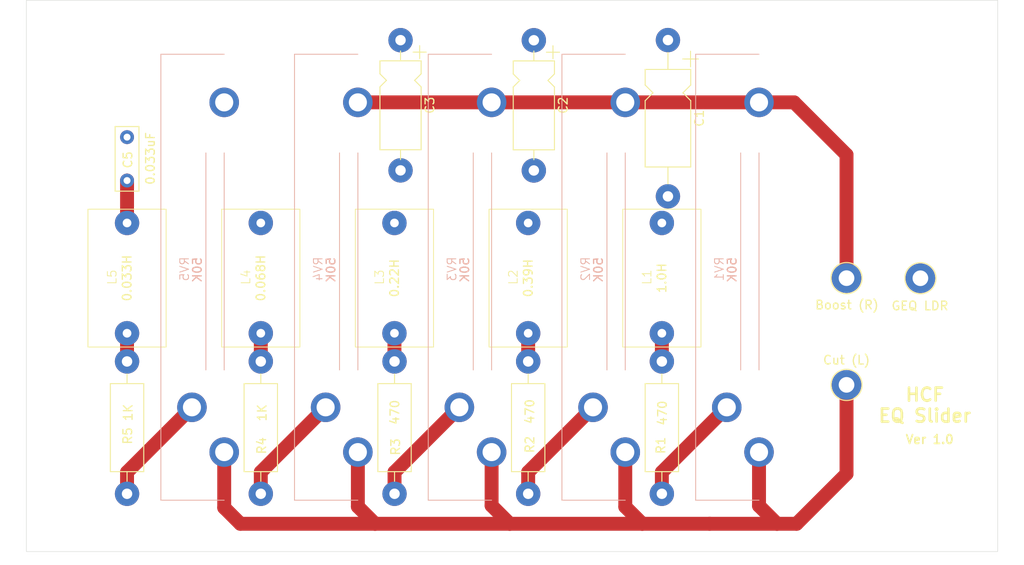
<source format=kicad_pcb>
(kicad_pcb (version 20241229) (generator "pcbnew") (generator_version "9.0")
  (layers (0 "F.Cu" signal) (2 "B.Cu" signal) (13 "F.Paste" user) (15 "B.Paste" user) (5 "F.SilkS" user "F.Silkscreen") (7 "B.SilkS" user "B.Silkscreen") (1 "F.Mask" user) (3 "B.Mask" user) (25 "Edge.Cuts" user))
  (net 0 "")
  (net 1 "Net-(C1-Pad1)")
  (net 2 "Net-(C1-Pad2)")
  (net 3 "Net-(C2-Pad2)")
  (net 4 "Net-(C3-Pad2)")
  (net 5 "Net-(R1-Pad1)")
  (net 6 "Net-(L1-Pad1)")
  (net 7 "Net-(L2-Pad1)")
  (net 8 "Net-(R2-Pad1)")
  (net 9 "Net-(R3-Pad1)")
  (net 10 "Net-(L3-Pad1)")
  (net 11 "Net-(R4-Pad1)")
  (net 12 "Net-(L4-Pad1)")
  (net 13 "Net-(L5-Pad1)")
  (net 14 "Net-(R5-Pad1)")
  (net 15 "Net-(RV1-Pad3)")
  (net 16 "Net-(RV1-Pad1)")
  (net 17 "Net-(C5-Pad2)")
  (net 18 "Net-(C4-Pad2)")
  (footprint "MountingHole:MountingHole_4mm" (layer "F.Cu") (at 211.34 125.66)
    (property "Reference" "REF**" (hide yes))
    (property "Value" "MountingHole_4mm")
    (pad "" np_thru_hole circle (at 0 0) (size 4 4) (drill 4) (layers "*.Cu" "*.Mask"))
  )
  (footprint "Capacitor_THT:CP_Axial_L10.0mm_D4.5mm_P15.00mm_Horizontal" (layer "F.Cu") (at 162.27 71.06 -90)
    (property "Reference" "C2" (at 7.5 -3.37 90) (layer "F.SilkS"))
    (property "Value" "0.47uF")
    (fp_line (start 2.38 2.37) (end 3.88 2.37) (stroke (width 0.12)) (layer "F.SilkS"))
    (fp_line (start 3.88 2.37) (end 4.63 1.62) (stroke (width 0.12)) (layer "F.SilkS"))
    (fp_line (start 5.38 2.37) (end 12.62 2.37) (stroke (width 0.12)) (layer "F.SilkS"))
    (fp_line (start 4.63 1.62) (end 5.38 2.37) (stroke (width 0.12)) (layer "F.SilkS"))
    (fp_line (start 1.24 0) (end 2.38 0) (stroke (width 0.12)) (layer "F.SilkS"))
    (fp_line (start 13.76 0) (end 12.62 0) (stroke (width 0.12)) (layer "F.SilkS"))
    (fp_line (start 4.63 -1.62) (end 5.38 -2.37) (stroke (width 0.12)) (layer "F.SilkS"))
    (fp_line (start 0.63 -2.2) (end 2.13 -2.2) (stroke (width 0.12)) (layer "F.SilkS"))
    (fp_line (start 2.38 -2.37) (end 2.38 2.37) (stroke (width 0.12)) (layer "F.SilkS"))
    (fp_line (start 2.38 -2.37) (end 3.88 -2.37) (stroke (width 0.12)) (layer "F.SilkS"))
    (fp_line (start 3.88 -2.37) (end 4.63 -1.62) (stroke (width 0.12)) (layer "F.SilkS"))
    (fp_line (start 5.38 -2.37) (end 12.62 -2.37) (stroke (width 0.12)) (layer "F.SilkS"))
    (fp_line (start 12.62 -2.37) (end 12.62 2.37) (stroke (width 0.12)) (layer "F.SilkS"))
    (fp_line (start 1.38 -2.95) (end 1.38 -1.45) (stroke (width 0.12)) (layer "F.SilkS"))
    (pad "1" thru_hole circle (at 0 0 270) (size 2.8 2.8) (drill 1.2) (layers "*.Cu" "*.Mask") (net 1 "Net-(C1-Pad1)"))
    (pad "2" thru_hole circle (at 15 0 270) (size 2.8 2.8) (drill 1.2) (layers "*.Cu" "*.Mask") (net 3 "Net-(C2-Pad2)"))
  )
  (footprint "Resistor_THT:R_Axial_DIN0411_L9.9mm_D3.6mm_P15.24mm_Horizontal" (layer "F.Cu") (at 146.24 123.295 90)
    (property "Reference" "R3" (at 5.4 0.12 90) (layer "F.SilkS"))
    (property "Value" "470" (at 9.38 0.03 90) (layer "F.SilkS"))
    (fp_line (start 12.69 -1.92) (end 2.55 -1.92) (stroke (width 0.12)) (layer "F.SilkS"))
    (fp_line (start 2.55 -1.92) (end 2.55 1.92) (stroke (width 0.12)) (layer "F.SilkS"))
    (fp_line (start 13.8 0) (end 12.69 0) (stroke (width 0.12)) (layer "F.SilkS"))
    (fp_line (start 1.44 0) (end 2.55 0) (stroke (width 0.12)) (layer "F.SilkS"))
    (fp_line (start 12.69 1.92) (end 12.69 -1.92) (stroke (width 0.12)) (layer "F.SilkS"))
    (fp_line (start 2.55 1.92) (end 12.69 1.92) (stroke (width 0.12)) (layer "F.SilkS"))
    (pad "1" thru_hole circle (at 0 0 90) (size 2.8 2.8) (drill 1.2) (layers "*.Cu" "*.Mask") (net 9 "Net-(R3-Pad1)"))
    (pad "2" thru_hole circle (at 15.24 0 90) (size 2.8 2.8) (drill 1.2) (layers "*.Cu" "*.Mask") (net 10 "Net-(L3-Pad1)"))
  )
  (footprint "Capacitor_THT:CP_Axial_L11.0mm_D5.0mm_P18.00mm_Horizontal" (layer "F.Cu") (at 177.7 71.04 -90)
    (property "Reference" "C1" (at 9 -3.62 90) (layer "F.SilkS"))
    (property "Value" "3.3uF")
    (fp_line (start 3.38 2.62) (end 5.18 2.62) (stroke (width 0.12)) (layer "F.SilkS"))
    (fp_line (start 5.18 2.62) (end 6.08 1.72) (stroke (width 0.12)) (layer "F.SilkS"))
    (fp_line (start 6.98 2.62) (end 14.62 2.62) (stroke (width 0.12)) (layer "F.SilkS"))
    (fp_line (start 6.08 1.72) (end 6.98 2.62) (stroke (width 0.12)) (layer "F.SilkS"))
    (fp_line (start 1.44 0) (end 3.38 0) (stroke (width 0.12)) (layer "F.SilkS"))
    (fp_line (start 16.56 0) (end 14.62 0) (stroke (width 0.12)) (layer "F.SilkS"))
    (fp_line (start 6.08 -1.72) (end 6.98 -2.62) (stroke (width 0.12)) (layer "F.SilkS"))
    (fp_line (start 1.28 -2.6) (end 3.08 -2.6) (stroke (width 0.12)) (layer "F.SilkS"))
    (fp_line (start 3.38 -2.62) (end 3.38 2.62) (stroke (width 0.12)) (layer "F.SilkS"))
    (fp_line (start 3.38 -2.62) (end 5.18 -2.62) (stroke (width 0.12)) (layer "F.SilkS"))
    (fp_line (start 5.18 -2.62) (end 6.08 -1.72) (stroke (width 0.12)) (layer "F.SilkS"))
    (fp_line (start 6.98 -2.62) (end 14.62 -2.62) (stroke (width 0.12)) (layer "F.SilkS"))
    (fp_line (start 14.62 -2.62) (end 14.62 2.62) (stroke (width 0.12)) (layer "F.SilkS"))
    (fp_line (start 2.18 -3.5) (end 2.18 -1.7) (stroke (width 0.12)) (layer "F.SilkS"))
    (pad "1" thru_hole circle (at 0 0 270) (size 2.8 2.8) (drill 1.2) (layers "*.Cu" "*.Mask") (net 1 "Net-(C1-Pad1)"))
    (pad "2" thru_hole circle (at 18 0 270) (size 2.8 2.8) (drill 1.2) (layers "*.Cu" "*.Mask") (net 2 "Net-(C1-Pad2)"))
  )
  (footprint "HiroFootprints:MB Inductor" (layer "F.Cu") (at 177 104.805 90)
    (property "Reference" "L1" (at 6.46 -1.72 90) (layer "F.SilkS") (effects (font (thickness 0.1))))
    (property "Value" "1.0H" (at 6.35 0 90) (layer "F.SilkS"))
    (fp_rect (start -1.5875 -4.5) (end 14.2875 4.5) (stroke (width 0.1)) (fill no) (layer "F.SilkS"))
    (pad "1" thru_hole circle (at 0 0 90) (size 2.8 2.8) (drill 1) (layers "*.Cu" "*.Mask") (net 6 "Net-(L1-Pad1)"))
    (pad "2" thru_hole circle (at 12.7 0 90) (size 2.8 2.8) (drill 1) (layers "*.Cu" "*.Mask") (net 2 "Net-(C1-Pad2)"))
  )
  (footprint "Resistor_THT:R_Axial_DIN0411_L9.9mm_D3.6mm_P15.24mm_Horizontal" (layer "F.Cu") (at 115.46 123.295 90)
    (property "Reference" "R5" (at 6.67 0.07 90) (layer "F.SilkS"))
    (property "Value" "1K" (at 9.36 0.12 90) (layer "F.SilkS"))
    (fp_line (start 12.69 -1.92) (end 2.55 -1.92) (stroke (width 0.12)) (layer "F.SilkS"))
    (fp_line (start 2.55 -1.92) (end 2.55 1.92) (stroke (width 0.12)) (layer "F.SilkS"))
    (fp_line (start 13.8 0) (end 12.69 0) (stroke (width 0.12)) (layer "F.SilkS"))
    (fp_line (start 1.44 0) (end 2.55 0) (stroke (width 0.12)) (layer "F.SilkS"))
    (fp_line (start 12.69 1.92) (end 12.69 -1.92) (stroke (width 0.12)) (layer "F.SilkS"))
    (fp_line (start 2.55 1.92) (end 12.69 1.92) (stroke (width 0.12)) (layer "F.SilkS"))
    (pad "1" thru_hole circle (at 0 0 90) (size 2.8 2.8) (drill 1.2) (layers "*.Cu" "*.Mask") (net 14 "Net-(R5-Pad1)"))
    (pad "2" thru_hole circle (at 15.24 0 90) (size 2.8 2.8) (drill 1.2) (layers "*.Cu" "*.Mask") (net 13 "Net-(L5-Pad1)"))
  )
  (footprint "HiroFootprints:Out_Hole_3.4_1.8" (layer "F.Cu") (at 198.25 110.75)
    (property "Reference" "TP1" (hide yes))
    (property "Value" "Cut (L)" (at 0 -2.855875 0) (layer "F.SilkS"))
    (fp_circle (center 0 0) (end 1.8 0) (stroke (width 0.12)) (fill no) (layer "F.SilkS"))
    (pad "1" thru_hole circle (at 0 0) (size 3.4 3.4) (drill 1.8) (layers "*.Cu" "*.Mask") (net 15 "Net-(RV1-Pad3)"))
  )
  (footprint "MountingHole:MountingHole_4mm" (layer "F.Cu") (at 108.18 70.76)
    (property "Reference" "REF**" (hide yes))
    (property "Value" "MountingHole_4mm")
    (pad "" np_thru_hole circle (at 0 0) (size 4 4) (drill 4) (layers "*.Cu" "*.Mask"))
  )
  (footprint "Resistor_THT:R_Axial_DIN0411_L9.9mm_D3.6mm_P15.24mm_Horizontal" (layer "F.Cu") (at 161.6175 123.295 90)
    (property "Reference" "R2" (at 5.67 0.19 90) (layer "F.SilkS"))
    (property "Value" "470" (at 9.47 0.19 90) (layer "F.SilkS"))
    (fp_line (start 12.69 -1.92) (end 2.55 -1.92) (stroke (width 0.12)) (layer "F.SilkS"))
    (fp_line (start 2.55 -1.92) (end 2.55 1.92) (stroke (width 0.12)) (layer "F.SilkS"))
    (fp_line (start 13.8 0) (end 12.69 0) (stroke (width 0.12)) (layer "F.SilkS"))
    (fp_line (start 1.44 0) (end 2.55 0) (stroke (width 0.12)) (layer "F.SilkS"))
    (fp_line (start 12.69 1.92) (end 12.69 -1.92) (stroke (width 0.12)) (layer "F.SilkS"))
    (fp_line (start 2.55 1.92) (end 12.69 1.92) (stroke (width 0.12)) (layer "F.SilkS"))
    (pad "1" thru_hole circle (at 0 0 90) (size 2.8 2.8) (drill 1.2) (layers "*.Cu" "*.Mask") (net 8 "Net-(R2-Pad1)"))
    (pad "2" thru_hole circle (at 15.24 0 90) (size 2.8 2.8) (drill 1.2) (layers "*.Cu" "*.Mask") (net 7 "Net-(L2-Pad1)"))
  )
  (footprint "HiroFootprints:Out_Hole_3.4_1.8" (layer "F.Cu") (at 206.75 98.47)
    (property "Reference" "TP3" (hide yes))
    (property "Value" "GEQ LDR" (at -0.05 3.18 0) (layer "F.SilkS"))
    (fp_circle (center 0 0) (end 1.8 0) (stroke (width 0.12)) (fill no) (layer "F.SilkS"))
    (pad "1" thru_hole circle (at 0 0) (size 3.4 3.4) (drill 1.8) (layers "*.Cu" "*.Mask") (net 1 "Net-(C1-Pad1)"))
  )
  (footprint "Capacitor_THT:C_Rect_L7.2mm_W2.5mm_P5.00mm_FKS2_FKP2_MKS2_MKP2" (layer "F.Cu") (at 115.46 82.22 -90)
    (property "Reference" "C5" (at 2.61 -0.09 90) (layer "F.SilkS"))
    (property "Value" "0.033uF" (at 2.45 -2.68 90) (layer "F.SilkS"))
    (fp_line (start -1.22 1.37) (end 6.22 1.37) (stroke (width 0.12)) (layer "F.SilkS"))
    (fp_line (start -1.22 -1.37) (end -1.22 1.37) (stroke (width 0.12)) (layer "F.SilkS"))
    (fp_line (start -1.22 -1.37) (end 6.22 -1.37) (stroke (width 0.12)) (layer "F.SilkS"))
    (fp_line (start 6.22 -1.37) (end 6.22 1.37) (stroke (width 0.12)) (layer "F.SilkS"))
    (pad "1" thru_hole circle (at 0 0 270) (size 1.6 1.6) (drill 0.8) (layers "*.Cu" "*.Mask") (net 1 "Net-(C1-Pad1)"))
    (pad "2" thru_hole circle (at 5 0 270) (size 1.6 1.6) (drill 0.8) (layers "*.Cu" "*.Mask") (net 17 "Net-(C5-Pad2)"))
  )
  (footprint "MountingHole:MountingHole_4mm" (layer "F.Cu") (at 211.34 70.76)
    (property "Reference" "REF**" (hide yes))
    (property "Value" "MountingHole_4mm")
    (pad "" np_thru_hole circle (at 0 0) (size 4 4) (drill 4) (layers "*.Cu" "*.Mask"))
  )
  (footprint "Resistor_THT:R_Axial_DIN0411_L9.9mm_D3.6mm_P15.24mm_Horizontal" (layer "F.Cu") (at 177 123.295 90)
    (property "Reference" "R1" (at 5.57 -0.12 90) (layer "F.SilkS"))
    (property "Value" "470" (at 9.3 0.06 90) (layer "F.SilkS"))
    (fp_line (start 12.69 -1.92) (end 2.55 -1.92) (stroke (width 0.12)) (layer "F.SilkS"))
    (fp_line (start 2.55 -1.92) (end 2.55 1.92) (stroke (width 0.12)) (layer "F.SilkS"))
    (fp_line (start 13.8 0) (end 12.69 0) (stroke (width 0.12)) (layer "F.SilkS"))
    (fp_line (start 1.44 0) (end 2.55 0) (stroke (width 0.12)) (layer "F.SilkS"))
    (fp_line (start 12.69 1.92) (end 12.69 -1.92) (stroke (width 0.12)) (layer "F.SilkS"))
    (fp_line (start 2.55 1.92) (end 12.69 1.92) (stroke (width 0.12)) (layer "F.SilkS"))
    (pad "1" thru_hole circle (at 0 0 90) (size 2.8 2.8) (drill 1.2) (layers "*.Cu" "*.Mask") (net 5 "Net-(R1-Pad1)"))
    (pad "2" thru_hole circle (at 15.24 0 90) (size 2.8 2.8) (drill 1.2) (layers "*.Cu" "*.Mask") (net 6 "Net-(L1-Pad1)"))
  )
  (footprint "HiroFootprints:MB Inductor" (layer "F.Cu") (at 130.85 104.805 90)
    (property "Reference" "L4" (at 6.46 -1.72 90) (layer "F.SilkS") (effects (font (thickness 0.1))))
    (property "Value" "0.068H" (at 6.35 0 90) (layer "F.SilkS"))
    (fp_rect (start -1.5875 -4.5) (end 14.2875 4.5) (stroke (width 0.1)) (fill no) (layer "F.SilkS"))
    (pad "1" thru_hole circle (at 0 0 90) (size 2.8 2.8) (drill 1) (layers "*.Cu" "*.Mask") (net 12 "Net-(L4-Pad1)"))
    (pad "2" thru_hole circle (at 12.7 0 90) (size 2.8 2.8) (drill 1) (layers "*.Cu" "*.Mask") (net 18 "Net-(C4-Pad2)"))
  )
  (footprint "MountingHole:MountingHole_4mm" (layer "F.Cu") (at 108.18 125.66)
    (property "Reference" "REF**" (hide yes))
    (property "Value" "MountingHole_4mm")
    (pad "" np_thru_hole circle (at 0 0) (size 4 4) (drill 4) (layers "*.Cu" "*.Mask"))
  )
  (footprint "HiroFootprints:MB Inductor" (layer "F.Cu") (at 146.23 104.805 90)
    (property "Reference" "L3" (at 6.46 -1.72 90) (layer "F.SilkS") (effects (font (thickness 0.1))))
    (property "Value" "0.22H" (at 6.35 0 90) (layer "F.SilkS"))
    (fp_rect (start -1.5875 -4.5) (end 14.2875 4.5) (stroke (width 0.1)) (fill no) (layer "F.SilkS"))
    (pad "1" thru_hole circle (at 0 0 90) (size 2.8 2.8) (drill 1) (layers "*.Cu" "*.Mask") (net 10 "Net-(L3-Pad1)"))
    (pad "2" thru_hole circle (at 12.7 0 90) (size 2.8 2.8) (drill 1) (layers "*.Cu" "*.Mask") (net 4 "Net-(C3-Pad2)"))
  )
  (footprint "HiroFootprints:MB Inductor" (layer "F.Cu") (at 161.6175 104.805 90)
    (property "Reference" "L2" (at 6.46 -1.72 90) (layer "F.SilkS") (effects (font (thickness 0.1))))
    (property "Value" "0.39H" (at 6.35 0 90) (layer "F.SilkS"))
    (fp_rect (start -1.5875 -4.5) (end 14.2875 4.5) (stroke (width 0.1)) (fill no) (layer "F.SilkS"))
    (pad "1" thru_hole circle (at 0 0 90) (size 2.8 2.8) (drill 1) (layers "*.Cu" "*.Mask") (net 7 "Net-(L2-Pad1)"))
    (pad "2" thru_hole circle (at 12.7 0 90) (size 2.8 2.8) (drill 1) (layers "*.Cu" "*.Mask") (net 3 "Net-(C2-Pad2)"))
  )
  (footprint "HiroFootprints:Out_Hole_3.4_1.8" (layer "F.Cu") (at 198.25 98.46)
    (property "Reference" "TP2" (hide yes))
    (property "Value" "Boost (R)" (at 0.045 3.085 0) (layer "F.SilkS"))
    (fp_circle (center 0 0) (end 1.8 0) (stroke (width 0.12)) (fill no) (layer "F.SilkS"))
    (pad "1" thru_hole circle (at 0 0) (size 3.4 3.4) (drill 1.8) (layers "*.Cu" "*.Mask") (net 16 "Net-(RV1-Pad1)"))
  )
  (footprint "Capacitor_THT:CP_Axial_L10.0mm_D4.5mm_P15.00mm_Horizontal" (layer "F.Cu") (at 146.93 71.05 -90)
    (property "Reference" "C3" (at 7.5 -3.37 90) (layer "F.SilkS"))
    (property "Value" "0.22uF")
    (fp_line (start 2.38 2.37) (end 3.88 2.37) (stroke (width 0.12)) (layer "F.SilkS"))
    (fp_line (start 3.88 2.37) (end 4.63 1.62) (stroke (width 0.12)) (layer "F.SilkS"))
    (fp_line (start 5.38 2.37) (end 12.62 2.37) (stroke (width 0.12)) (layer "F.SilkS"))
    (fp_line (start 4.63 1.62) (end 5.38 2.37) (stroke (width 0.12)) (layer "F.SilkS"))
    (fp_line (start 1.24 0) (end 2.38 0) (stroke (width 0.12)) (layer "F.SilkS"))
    (fp_line (start 13.76 0) (end 12.62 0) (stroke (width 0.12)) (layer "F.SilkS"))
    (fp_line (start 4.63 -1.62) (end 5.38 -2.37) (stroke (width 0.12)) (layer "F.SilkS"))
    (fp_line (start 0.63 -2.2) (end 2.13 -2.2) (stroke (width 0.12)) (layer "F.SilkS"))
    (fp_line (start 2.38 -2.37) (end 2.38 2.37) (stroke (width 0.12)) (layer "F.SilkS"))
    (fp_line (start 2.38 -2.37) (end 3.88 -2.37) (stroke (width 0.12)) (layer "F.SilkS"))
    (fp_line (start 3.88 -2.37) (end 4.63 -1.62) (stroke (width 0.12)) (layer "F.SilkS"))
    (fp_line (start 5.38 -2.37) (end 12.62 -2.37) (stroke (width 0.12)) (layer "F.SilkS"))
    (fp_line (start 12.62 -2.37) (end 12.62 2.37) (stroke (width 0.12)) (layer "F.SilkS"))
    (fp_line (start 1.38 -2.95) (end 1.38 -1.45) (stroke (width 0.12)) (layer "F.SilkS"))
    (pad "1" thru_hole circle (at 0 0 270) (size 2.8 2.8) (drill 1.2) (layers "*.Cu" "*.Mask") (net 1 "Net-(C1-Pad1)"))
    (pad "2" thru_hole circle (at 15 0 270) (size 2.8 2.8) (drill 1.2) (layers "*.Cu" "*.Mask") (net 4 "Net-(C3-Pad2)"))
  )
  (footprint "HiroFootprints:MB Inductor" (layer "F.Cu") (at 115.46 104.805 90)
    (property "Reference" "L5" (at 6.46 -1.72 90) (layer "F.SilkS") (effects (font (thickness 0.1))))
    (property "Value" "0.033H" (at 6.35 0 90) (layer "F.SilkS"))
    (fp_rect (start -1.5875 -4.5) (end 14.2875 4.5) (stroke (width 0.1)) (fill no) (layer "F.SilkS"))
    (pad "1" thru_hole circle (at 0 0 90) (size 2.8 2.8) (drill 1) (layers "*.Cu" "*.Mask") (net 13 "Net-(L5-Pad1)"))
    (pad "2" thru_hole circle (at 12.7 0 90) (size 2.8 2.8) (drill 1) (layers "*.Cu" "*.Mask") (net 17 "Net-(C5-Pad2)"))
  )
  (footprint "Resistor_THT:R_Axial_DIN0411_L9.9mm_D3.6mm_P15.24mm_Horizontal" (layer "F.Cu") (at 130.85 123.295 90)
    (property "Reference" "R4" (at 5.54 0.1 90) (layer "F.SilkS"))
    (property "Value" "1K" (at 9.33 0.15 90) (layer "F.SilkS"))
    (fp_line (start 12.69 -1.92) (end 2.55 -1.92) (stroke (width 0.12)) (layer "F.SilkS"))
    (fp_line (start 2.55 -1.92) (end 2.55 1.92) (stroke (width 0.12)) (layer "F.SilkS"))
    (fp_line (start 13.8 0) (end 12.69 0) (stroke (width 0.12)) (layer "F.SilkS"))
    (fp_line (start 1.44 0) (end 2.55 0) (stroke (width 0.12)) (layer "F.SilkS"))
    (fp_line (start 12.69 1.92) (end 12.69 -1.92) (stroke (width 0.12)) (layer "F.SilkS"))
    (fp_line (start 2.55 1.92) (end 12.69 1.92) (stroke (width 0.12)) (layer "F.SilkS"))
    (pad "1" thru_hole circle (at 0 0 90) (size 2.8 2.8) (drill 1.2) (layers "*.Cu" "*.Mask") (net 11 "Net-(R4-Pad1)"))
    (pad "2" thru_hole circle (at 15.24 0 90) (size 2.8 2.8) (drill 1.2) (layers "*.Cu" "*.Mask") (net 12 "Net-(L4-Pad1)"))
  )
  (footprint "HiroFootprints:Mesa 588536" (layer "B.Cu") (at 142.02 124.035 -90)
    (property "Reference" "RV4" (at -26.63 4.57 90) (layer "B.SilkS") (effects (font (thickness 0.1)) (justify mirror)))
    (property "Value" "50K" (at -26.53 3.1 90) (layer "B.SilkS") (effects (justify mirror)))
    (fp_line (start 0 7.29) (end -51.36 7.29) (stroke (width 0.1)) (layer "B.SilkS"))
    (fp_line (start -40 2.11) (end -15 2.11) (stroke (width 0.1)) (layer "B.SilkS"))
    (fp_line (start -51.36 0) (end -51.36 7.29) (stroke (width 0.1)) (layer "B.SilkS"))
    (fp_line (start -15 0) (end -40 0) (stroke (width 0.1)) (layer "B.SilkS"))
    (fp_line (start 0 0) (end 0 7.29) (stroke (width 0.1)) (layer "B.SilkS"))
    (pad "1" thru_hole circle (at -45.82 0 270) (size 3.4 3.4) (drill 2.08) (layers "*.Cu" "*.Mask") (net 16 "Net-(RV1-Pad1)"))
    (pad "2" thru_hole circle (at -10.7 3.71 270) (size 3.4 3.4) (drill 2.08) (layers "*.Cu" "*.Mask") (net 11 "Net-(R4-Pad1)"))
    (pad "3" thru_hole circle (at -5.54 0 270) (size 3.4 3.4) (drill 2.08) (layers "*.Cu" "*.Mask") (net 15 "Net-(RV1-Pad3)"))
  )
  (footprint "HiroFootprints:Mesa 588536" (layer "B.Cu") (at 172.79 124.035 -90)
    (property "Reference" "RV2" (at -26.63 4.57 90) (layer "B.SilkS") (effects (font (thickness 0.1)) (justify mirror)))
    (property "Value" "50K" (at -26.53 3.1 90) (layer "B.SilkS") (effects (justify mirror)))
    (fp_line (start 0 7.29) (end -51.36 7.29) (stroke (width 0.1)) (layer "B.SilkS"))
    (fp_line (start -40 2.11) (end -15 2.11) (stroke (width 0.1)) (layer "B.SilkS"))
    (fp_line (start -51.36 0) (end -51.36 7.29) (stroke (width 0.1)) (layer "B.SilkS"))
    (fp_line (start -15 0) (end -40 0) (stroke (width 0.1)) (layer "B.SilkS"))
    (fp_line (start 0 0) (end 0 7.29) (stroke (width 0.1)) (layer "B.SilkS"))
    (pad "1" thru_hole circle (at -45.82 0 270) (size 3.4 3.4) (drill 2.08) (layers "*.Cu" "*.Mask") (net 16 "Net-(RV1-Pad1)"))
    (pad "2" thru_hole circle (at -10.7 3.71 270) (size 3.4 3.4) (drill 2.08) (layers "*.Cu" "*.Mask") (net 8 "Net-(R2-Pad1)"))
    (pad "3" thru_hole circle (at -5.54 0 270) (size 3.4 3.4) (drill 2.08) (layers "*.Cu" "*.Mask") (net 15 "Net-(RV1-Pad3)"))
  )
  (footprint "HiroFootprints:Mesa 588536" (layer "B.Cu") (at 157.41 124.035 -90)
    (property "Reference" "RV3" (at -26.63 4.57 90) (layer "B.SilkS") (effects (font (thickness 0.1)) (justify mirror)))
    (property "Value" "50K" (at -26.53 3.1 90) (layer "B.SilkS") (effects (justify mirror)))
    (fp_line (start 0 7.29) (end -51.36 7.29) (stroke (width 0.1)) (layer "B.SilkS"))
    (fp_line (start -40 2.11) (end -15 2.11) (stroke (width 0.1)) (layer "B.SilkS"))
    (fp_line (start -51.36 0) (end -51.36 7.29) (stroke (width 0.1)) (layer "B.SilkS"))
    (fp_line (start -15 0) (end -40 0) (stroke (width 0.1)) (layer "B.SilkS"))
    (fp_line (start 0 0) (end 0 7.29) (stroke (width 0.1)) (layer "B.SilkS"))
    (pad "1" thru_hole circle (at -45.82 0 270) (size 3.4 3.4) (drill 2.08) (layers "*.Cu" "*.Mask") (net 16 "Net-(RV1-Pad1)"))
    (pad "2" thru_hole circle (at -10.7 3.71 270) (size 3.4 3.4) (drill 2.08) (layers "*.Cu" "*.Mask") (net 9 "Net-(R3-Pad1)"))
    (pad "3" thru_hole circle (at -5.54 0 270) (size 3.4 3.4) (drill 2.08) (layers "*.Cu" "*.Mask") (net 15 "Net-(RV1-Pad3)"))
  )
  (footprint "HiroFootprints:Mesa 588536" (layer "B.Cu") (at 126.64 124.035 -90)
    (property "Reference" "RV5" (at -26.63 4.57 90) (layer "B.SilkS") (effects (font (thickness 0.1)) (justify mirror)))
    (property "Value" "50K" (at -26.53 3.1 90) (layer "B.SilkS") (effects (justify mirror)))
    (fp_line (start 0 7.29) (end -51.36 7.29) (stroke (width 0.1)) (layer "B.SilkS"))
    (fp_line (start -40 2.11) (end -15 2.11) (stroke (width 0.1)) (layer "B.SilkS"))
    (fp_line (start -51.36 0) (end -51.36 7.29) (stroke (width 0.1)) (layer "B.SilkS"))
    (fp_line (start -15 0) (end -40 0) (stroke (width 0.1)) (layer "B.SilkS"))
    (fp_line (start 0 0) (end 0 7.29) (stroke (width 0.1)) (layer "B.SilkS"))
    (pad "1" thru_hole circle (at -45.82 0 270) (size 3.4 3.4) (drill 2.08) (layers "*.Cu" "*.Mask") (net 16 "Net-(RV1-Pad1)"))
    (pad "2" thru_hole circle (at -10.7 3.71 270) (size 3.4 3.4) (drill 2.08) (layers "*.Cu" "*.Mask") (net 14 "Net-(R5-Pad1)"))
    (pad "3" thru_hole circle (at -5.54 0 270) (size 3.4 3.4) (drill 2.08) (layers "*.Cu" "*.Mask") (net 15 "Net-(RV1-Pad3)"))
  )
  (footprint "HiroFootprints:Mesa 588536" (layer "B.Cu") (at 188.18 124.035 -90)
    (property "Reference" "RV1" (at -26.63 4.57 90) (layer "B.SilkS") (effects (font (thickness 0.1)) (justify mirror)))
    (property "Value" "50K" (at -26.53 3.1 90) (layer "B.SilkS") (effects (justify mirror)))
    (fp_line (start 0 7.29) (end -51.36 7.29) (stroke (width 0.1)) (layer "B.SilkS"))
    (fp_line (start -40 2.11) (end -15 2.11) (stroke (width 0.1)) (layer "B.SilkS"))
    (fp_line (start -51.36 0) (end -51.36 7.29) (stroke (width 0.1)) (layer "B.SilkS"))
    (fp_line (start -15 0) (end -40 0) (stroke (width 0.1)) (layer "B.SilkS"))
    (fp_line (start 0 0) (end 0 7.29) (stroke (width 0.1)) (layer "B.SilkS"))
    (pad "1" thru_hole circle (at -45.82 0 270) (size 3.4 3.4) (drill 2.08) (layers "*.Cu" "*.Mask") (net 16 "Net-(RV1-Pad1)"))
    (pad "2" thru_hole circle (at -10.7 3.71 270) (size 3.4 3.4) (drill 2.08) (layers "*.Cu" "*.Mask") (net 5 "Net-(R1-Pad1)"))
    (pad "3" thru_hole circle (at -5.54 0 270) (size 3.4 3.4) (drill 2.08) (layers "*.Cu" "*.Mask") (net 15 "Net-(RV1-Pad3)"))
  )
  (gr_rect (start 103.88 66.45) (end 215.64 129.95) (stroke (width 0.05)) (fill no) (layer "Edge.Cuts"))
  (gr_text "Ver 1.0" (at 204.95 117.62 0) (layer "F.SilkS") (effects (font (size 1 1) (thickness 0.2) (bold yes)) (justify left bottom)))
  (gr_text "HCF\nEQ Slider" (at 207.26 115.18 0) (layer "F.SilkS") (effects (font (size 1.5 1.5) (thickness 0.3) (bold yes)) (justify bottom)))
  (segment (start 177 123.295) (end 177 120.805) (width 1.6) (layer "F.Cu") (net 5))
  (segment (start 177 120.805) (end 184.47 113.335) (width 1.6) (layer "F.Cu") (net 5))
  (segment (start 177 104.805) (end 177 108.055) (width 1.6) (layer "F.Cu") (net 6))
  (segment (start 161.6175 104.805) (end 161.6175 108.055) (width 1.6) (layer "F.Cu") (net 7))
  (segment (start 161.6175 120.7975) (end 169.08 113.335) (width 1.6) (layer "F.Cu") (net 8))
  (segment (start 161.6175 123.295) (end 161.6175 120.7975) (width 1.6) (layer "F.Cu") (net 8))
  (segment (start 146.24 120.795) (end 153.7 113.335) (width 1.6) (layer "F.Cu") (net 9))
  (segment (start 146.24 123.295) (end 146.24 120.795) (width 1.6) (layer "F.Cu") (net 9))
  (segment (start 146.23 108.045) (end 146.24 108.055) (width 1.6) (layer "F.Cu") (net 10))
  (segment (start 146.23 104.805) (end 146.23 108.045) (width 1.6) (layer "F.Cu") (net 10))
  (segment (start 130.85 123.295) (end 130.85 120.795) (width 1.6) (layer "F.Cu") (net 11))
  (segment (start 130.85 120.795) (end 138.31 113.335) (width 1.6) (layer "F.Cu") (net 11))
  (segment (start 130.85 104.805) (end 130.85 108.055) (width 1.6) (layer "F.Cu") (net 12))
  (segment (start 115.46 104.805) (end 115.46 108.055) (width 1.6) (layer "F.Cu") (net 13))
  (segment (start 115.46 123.295) (end 115.46 120.805) (width 1.6) (layer "F.Cu") (net 14))
  (segment (start 115.46 120.805) (end 122.93 113.335) (width 1.6) (layer "F.Cu") (net 14))
  (segment (start 188.18 118.495) (end 188.18 124.68) (width 1.6) (layer "F.Cu") (net 15))
  (segment (start 182.5 126.75) (end 190.25 126.75) (width 1.6) (layer "F.Cu") (net 15))
  (segment (start 126.64 124.89) (end 126.75 125) (width 1.6) (layer "F.Cu") (net 15))
  (segment (start 157.41 124.66) (end 159.5 126.75) (width 1.6) (layer "F.Cu") (net 15))
  (segment (start 157.41 118.495) (end 157.41 124.66) (width 1.6) (layer "F.Cu") (net 15))
  (segment (start 142.02 124.77) (end 144 126.75) (width 1.6) (layer "F.Cu") (net 15))
  (segment (start 126.75 125) (end 128.5 126.75) (width 1.6) (layer "F.Cu") (net 15))
  (segment (start 172.79 118.495) (end 172.79 124.79) (width 1.6) (layer "F.Cu") (net 15))
  (segment (start 198.25 121) (end 192.5 126.75) (width 1.6) (layer "F.Cu") (net 15))
  (segment (start 188.18 124.68) (end 190.25 126.75) (width 1.6) (layer "F.Cu") (net 15))
  (segment (start 144 126.75) (end 159.5 126.75) (width 1.6) (layer "F.Cu") (net 15))
  (segment (start 126.64 118.495) (end 126.64 124.89) (width 1.6) (layer "F.Cu") (net 15))
  (segment (start 192.5 126.75) (end 190.25 126.75) (width 1.6) (layer "F.Cu") (net 15))
  (segment (start 174.75 126.75) (end 182.5 126.75) (width 1.6) (layer "F.Cu") (net 15))
  (segment (start 198.25 110.75) (end 198.25 121) (width 1.6) (layer "F.Cu") (net 15))
  (segment (start 142.02 118.495) (end 142.02 124.77) (width 1.6) (layer "F.Cu") (net 15))
  (segment (start 172.79 124.79) (end 174.75 126.75) (width 1.6) (layer "F.Cu") (net 15))
  (segment (start 128.5 126.75) (end 144 126.75) (width 1.6) (layer "F.Cu") (net 15))
  (segment (start 159.5 126.75) (end 174.75 126.75) (width 1.6) (layer "F.Cu") (net 15))
  (segment (start 142.02 78.215) (end 157.41 78.215) (width 1.6) (layer "F.Cu") (net 16))
  (segment (start 172.79 78.215) (end 188.18 78.215) (width 1.6) (layer "F.Cu") (net 16))
  (segment (start 192.215 78.215) (end 188.18 78.215) (width 1.6) (layer "F.Cu") (net 16))
  (segment (start 198.25 98.46) (end 198.25 84.25) (width 1.6) (layer "F.Cu") (net 16))
  (segment (start 157.41 78.215) (end 172.79 78.215) (width 1.6) (layer "F.Cu") (net 16))
  (segment (start 198.25 84.25) (end 192.215 78.215) (width 1.6) (layer "F.Cu") (net 16))
  (segment (start 115.46 92.105) (end 115.46 87.22) (width 1.6) (layer "F.Cu") (net 17))
)
</source>
